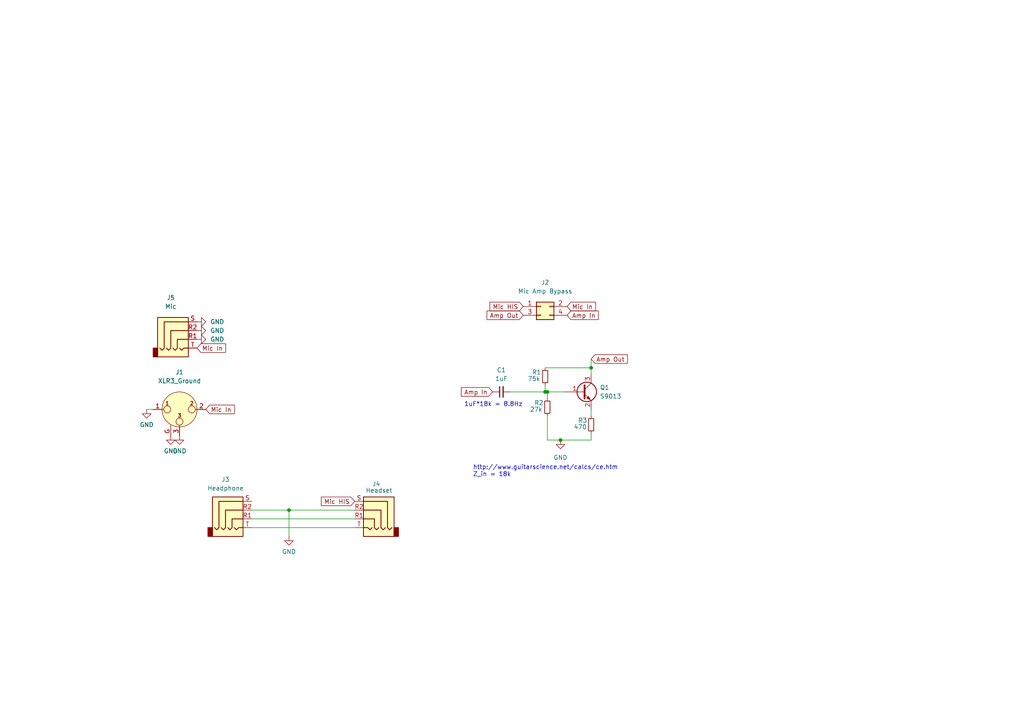
<source format=kicad_sch>
(kicad_sch (version 20211123) (generator eeschema)
  (paper "A4")
  (lib_symbols
    (symbol "Connector:AudioJack4"
      (property "Reference" "J" (at 0 8.89 0))
      (property "Value" "AudioJack4" (at 0 6.35 0))
      (symbol "AudioJack4_0_1"
        (rectangle (start -6.35 -5.08) (end -7.62 -7.62) (stroke (width 0.254)) (fill (type outline)))
        (polyline (pts (xy 0 -5.08) (xy 0.635 -5.715) (xy 1.27 -5.08) (xy 2.54 -5.08)) (stroke (width 0.254)))
        (polyline (pts (xy -5.715 -5.08) (xy -5.08 -5.715) (xy -4.445 -5.08) (xy -4.445 2.54) (xy 2.54 2.54)) (stroke (width 0.254)))
        (polyline (pts (xy -1.905 -5.08) (xy -1.27 -5.715) (xy -0.635 -5.08) (xy -0.635 -2.54) (xy 2.54 -2.54)) (stroke (width 0.254)))
        (polyline (pts (xy 2.54 0) (xy -2.54 0) (xy -2.54 -5.08) (xy -3.175 -5.715) (xy -3.81 -5.08)) (stroke (width 0.254)))
        (rectangle (start 2.54 3.81) (end -6.35 -7.62) (stroke (width 0.254)) (fill (type background)))
      )
      (symbol "AudioJack4_1_1"
        (pin passive line (at 5.08 -2.54 180) (length 2.54) (name "~") (number "R1"))
        (pin passive line (at 5.08 0 180) (length 2.54) (name "~") (number "R2"))
        (pin passive line (at 5.08 2.54 180) (length 2.54) (name "~") (number "S"))
        (pin passive line (at 5.08 -5.08 180) (length 2.54) (name "~") (number "T"))
      )
    )
    (symbol "Connector:XLR3_Ground" (pin_names hide)
      (property "Reference" "J" (at 0 8.89 0))
      (property "Value" "XLR3_Ground" (at 0 6.35 0))
      (symbol "XLR3_Ground_0_1"
        (circle (center -3.556 0) (radius 1.016))
        (circle (center 0 -3.556) (radius 1.016))
        (polyline (pts (xy -5.08 0) (xy -4.572 0)))
        (polyline (pts (xy -2.54 -5.08) (xy -2.54 -4.445)))
        (polyline (pts (xy 0 -5.08) (xy 0 -4.572)))
        (polyline (pts (xy 5.08 0) (xy 4.572 0)))
        (circle (center 0 0) (radius 5.08) (fill (type background)))
        (circle (center 3.556 0) (radius 1.016))
        (text "1" (at -3.556 1.778 0) (effects (font (size 1.016 1.016) bold)))
        (text "2" (at 3.556 1.778 0) (effects (font (size 1.016 1.016) bold)))
        (text "3" (at 0 -1.778 0) (effects (font (size 1.016 1.016) bold)))
        (pin passive line (at -7.62 0 0) (length 2.54) (name "~") (number "1"))
        (pin passive line (at 7.62 0 180) (length 2.54) (name "~") (number "2"))
        (pin passive line (at 0 -7.62 90) (length 2.54) (name "~") (number "3"))
      )
      (symbol "XLR3_Ground_1_1"
        (pin passive line (at -2.54 -7.62 90) (length 2.54) (name "~") (number "G"))
      )
    )
    (symbol "Connector_Generic:Conn_02x02_Odd_Even" (pin_names (offset 1.016) hide)
      (property "Reference" "J" (at 1.27 2.54 0))
      (property "Value" "Conn_02x02_Odd_Even" (at 1.27 -5.08 0))
      (symbol "Conn_02x02_Odd_Even_1_1"
        (rectangle (start -1.27 -2.413) (end 0 -2.667) (stroke (width 0.1524)))
        (rectangle (start -1.27 0.127) (end 0 -0.127) (stroke (width 0.1524)))
        (rectangle (start -1.27 1.27) (end 3.81 -3.81) (stroke (width 0.254)) (fill (type background)))
        (rectangle (start 3.81 -2.413) (end 2.54 -2.667) (stroke (width 0.1524)))
        (rectangle (start 3.81 0.127) (end 2.54 -0.127) (stroke (width 0.1524)))
        (pin passive line (at -5.08 0 0) (length 3.81) (name "Pin_1") (number "1"))
        (pin passive line (at 7.62 0 180) (length 3.81) (name "Pin_2") (number "2"))
        (pin passive line (at -5.08 -2.54 0) (length 3.81) (name "Pin_3") (number "3"))
        (pin passive line (at 7.62 -2.54 180) (length 3.81) (name "Pin_4") (number "4"))
      )
    )
    (symbol "Device:C_Small" (pin_numbers hide) (pin_names (offset 0.254) hide)
      (property "Reference" "C" (at 0.254 1.778 0))
      (property "Value" "C_Small" (at 0.254 -2.032 0))
      (symbol "C_Small_0_1"
        (polyline (pts (xy -1.524 -0.508) (xy 1.524 -0.508)) (stroke (width 0.3302)))
        (polyline (pts (xy -1.524 0.508) (xy 1.524 0.508)) (stroke (width 0.3048)))
      )
      (symbol "C_Small_1_1"
        (pin passive line (at 0 2.54 270) (length 2.032) (name "~") (number "1"))
        (pin passive line (at 0 -2.54 90) (length 2.032) (name "~") (number "2"))
      )
    )
    (symbol "Device:R_Small" (pin_numbers hide) (pin_names (offset 0.254) hide)
      (property "Reference" "R" (at 0.762 0.508 0))
      (property "Value" "R_Small" (at 0.762 -1.016 0))
      (symbol "R_Small_0_1"
        (rectangle (start -0.762 1.778) (end 0.762 -1.778) (stroke (width 0.2032)))
      )
      (symbol "R_Small_1_1"
        (pin passive line (at 0 2.54 270) (length 0.762) (name "~") (number "1"))
        (pin passive line (at 0 -2.54 90) (length 0.762) (name "~") (number "2"))
      )
    )
    (symbol "Transistor_BJT:MMBT3904" (pin_names (offset 0) hide)
      (property "Reference" "Q" (at 5.08 1.905 0))
      (property "Value" "MMBT3904" (at 5.08 0 0))
      (symbol "MMBT3904_0_1"
        (polyline (pts (xy 0.635 0.635) (xy 2.54 2.54)))
        (polyline (pts (xy 0.635 -0.635) (xy 2.54 -2.54) (xy 2.54 -2.54)))
        (polyline (pts (xy 0.635 1.905) (xy 0.635 -1.905) (xy 0.635 -1.905)) (stroke (width 0.508)))
        (polyline (pts (xy 1.27 -1.778) (xy 1.778 -1.27) (xy 2.286 -2.286) (xy 1.27 -1.778) (xy 1.27 -1.778)) (fill (type outline)))
        (circle (center 1.27 0) (radius 2.8194) (stroke (width 0.254)))
      )
      (symbol "MMBT3904_1_1"
        (pin input line (at -5.08 0 0) (length 5.715) (name "B") (number "1"))
        (pin passive line (at 2.54 -5.08 90) (length 2.54) (name "E") (number "2"))
        (pin passive line (at 2.54 5.08 270) (length 2.54) (name "C") (number "3"))
      )
    )
    (symbol "power:GND" (power) (pin_names (offset 0))
      (property "Value" "GND" (at 0 -3.81 0))
      (symbol "GND_0_1"
        (polyline (pts (xy 0 0) (xy 0 -1.27) (xy 1.27 -1.27) (xy 0 -2.54) (xy -1.27 -1.27) (xy 0 -1.27)))
      )
      (symbol "GND_1_1"
        (pin power_in line (at 0 0 270) (length 0) hide (name "GND") (number "1"))
      )
    )
  )
  (junction (at 162.56 127.635))
  (junction (at 158.75 113.665))
  (junction (at 158.115 113.665))
  (junction (at 171.45 106.68))
  (junction (at 83.82 147.955))
  (wire (pts (xy 83.82 147.955) (xy 83.82 155.575)))
  (wire (pts (xy 73.025 150.495) (xy 102.87 150.495)))
  (wire (pts (xy 171.45 127.635) (xy 171.45 125.73)))
  (wire (pts (xy 158.115 106.68) (xy 171.45 106.68)))
  (wire (pts (xy 158.75 127.635) (xy 162.56 127.635)))
  (wire (pts (xy 42.545 118.745) (xy 44.45 118.745)))
  (wire (pts (xy 73.025 153.035) (xy 102.87 153.035)))
  (wire (pts (xy 171.45 104.14) (xy 171.45 106.68)))
  (wire (pts (xy 73.025 147.955) (xy 83.82 147.955)))
  (wire (pts (xy 147.955 113.665) (xy 158.115 113.665)))
  (wire (pts (xy 171.45 106.68) (xy 171.45 108.585)))
  (wire (pts (xy 158.75 120.65) (xy 158.75 127.635)))
  (wire (pts (xy 171.45 118.745) (xy 171.45 120.65)))
  (wire (pts (xy 162.56 127.635) (xy 171.45 127.635)))
  (wire (pts (xy 83.82 147.955) (xy 102.87 147.955)))
  (wire (pts (xy 158.115 111.76) (xy 158.115 113.665)))
  (wire (pts (xy 158.115 113.665) (xy 158.75 113.665)))
  (wire (pts (xy 158.75 113.665) (xy 158.75 115.57)))
  (wire (pts (xy 158.75 113.665) (xy 163.83 113.665)))
  (text "http://www.guitarscience.net/calcs/ce.htm\nZ_in = 18k" (at 137.16 138.43 0) (effects (font (size 1.27 1.27)) (justify left bottom)))
  (text "1uF*18k = 8.8Hz" (at 134.62 118.11 0) (effects (font (size 1.27 1.27)) (justify left bottom)))
  (global_label "Mic HIS" (shape input) (at 102.87 145.415 180) (property "Intersheet References" "${INTERSHEET_REFS}" (effects hide)))
  (global_label "Mic In" (shape input) (at 59.69 118.745 0) (property "Intersheet References" "${INTERSHEET_REFS}" (effects hide)))
  (global_label "Mic HIS" (shape input) (at 151.765 88.9 180) (property "Intersheet References" "${INTERSHEET_REFS}" (effects hide)))
  (global_label "Mic In" (shape input) (at 57.15 100.965 0) (property "Intersheet References" "${INTERSHEET_REFS}" (effects hide)))
  (global_label "Amp Out" (shape input) (at 171.45 104.14 0) (property "Intersheet References" "${INTERSHEET_REFS}" (effects hide)))
  (global_label "Amp Out" (shape input) (at 151.765 91.44 180) (property "Intersheet References" "${INTERSHEET_REFS}" (effects hide)))
  (global_label "Mic In" (shape input) (at 164.465 88.9 0) (property "Intersheet References" "${INTERSHEET_REFS}" (effects hide)))
  (global_label "Amp In" (shape input) (at 164.465 91.44 0) (property "Intersheet References" "${INTERSHEET_REFS}" (effects hide)))
  (global_label "Amp In" (shape input) (at 142.875 113.665 180) (property "Intersheet References" "${INTERSHEET_REFS}" (effects hide)))
  (symbol (lib_id "Connector_Generic:Conn_02x02_Odd_Even") (at 156.845 88.9 0) (unit 1)
    (property "Reference" "J2" (at 158.115 81.915 0))
    (property "Value" "Mic Amp Bypass" (at 158.115 84.455 0))
    (property "Footprint" "Connector_PinHeader_2.54mm:PinHeader_2x02_P2.54mm_Vertical" (effects hide))
  )
  (symbol (lib_id "Connector:XLR3_Ground") (at 52.07 118.745 0) (unit 1)
    (property "Reference" "J1" (at 52.07 107.95 0))
    (property "Value" "XLR3_Ground" (at 52.07 110.49 0))
    (property "Footprint" "Connector_Audio:Jack_XLR_Neutrik_NC3FAAV2-0_Vertical" (effects hide))
    (property "Datasheet" " ~" (effects hide))
  )
  (symbol (lib_id "power:GND") (at 42.545 118.745 0) (unit 1)
    (property "Reference" "#PWR01" (effects hide))
    (property "Value" "GND" (at 42.545 123.19 0))
  )
  (symbol (lib_id "power:GND") (at 49.53 126.365 0) (unit 1)
    (property "Reference" "#PWR02" (effects hide))
    (property "Value" "GND" (at 49.53 130.81 0))
  )
  (symbol (lib_id "Transistor_BJT:MMBT3904") (at 168.91 113.665 0) (unit 1)
    (property "Reference" "Q1" (at 173.99 112.3949 0) (effects (justify left)))
    (property "Value" "S9013" (at 173.99 114.9349 0) (effects (justify left)))
    (property "Footprint" "Package_TO_SOT_SMD:SOT-23" (effects hide))
    (property "Datasheet" "https://www.onsemi.com/pub/Collateral/2N3903-D.PDF" (effects hide))
    (property "LCSC" "C6749" (effects hide))
  )
  (symbol (lib_id "Connector:AudioJack4") (at 107.95 147.955 0) (mirror y) (unit 1)
    (property "Reference" "J4" (at 107.95 140.335 0) (effects (justify right)))
    (property "Value" "Headset" (at 106.045 142.24 0) (effects (justify right)))
    (property "Footprint" "Libraries:Conn-3.5mm-TRRS-PJ-320L" (effects hide))
    (property "Datasheet" "https://www.ebay.com/itm/294595029861" (effects hide))
  )
  (symbol (lib_id "Device:C_Small") (at 145.415 113.665 90) (unit 1)
    (property "Reference" "C1" (at 145.4213 107.315 90))
    (property "Value" "1uF" (at 145.4213 109.855 90))
    (property "Footprint" "Capacitor_SMD:C_0603_1608Metric_Pad1.08x0.95mm_HandSolder" (effects hide))
    (property "LCSC" "C15849" (effects hide))
  )
  (symbol (lib_id "power:GND") (at 52.07 126.365 0) (unit 1)
    (property "Reference" "#PWR03" (effects hide))
    (property "Value" "GND" (at 52.07 130.81 0))
  )
  (symbol (lib_id "Connector:AudioJack4") (at 52.07 95.885 0) (unit 1)
    (property "Reference" "J5" (at 49.53 86.36 0))
    (property "Value" "Mic" (at 49.53 88.9 0))
    (property "Footprint" "Libraries:Conn-3.5mm-TRRS-PJ-320L" (effects hide))
    (property "Datasheet" "https://www.ebay.com/itm/294595029861" (effects hide))
  )
  (symbol (lib_id "Connector:AudioJack4") (at 67.945 147.955 0) (unit 1)
    (property "Reference" "J3" (at 65.405 139.065 0))
    (property "Value" "Headphone" (at 65.405 141.605 0))
    (property "Footprint" "Libraries:Conn-3.5mm-TRRS-PJ-320L" (effects hide))
    (property "Datasheet" "https://www.ebay.com/itm/294595029861" (effects hide))
  )
  (symbol (lib_id "power:GND") (at 57.15 93.345 90) (unit 1)
    (property "Reference" "#PWR06" (effects hide))
    (property "Value" "GND" (at 60.96 93.3449 90) (effects (justify right)))
  )
  (symbol (lib_id "Device:R_Small") (at 171.45 123.19 0) (unit 1)
    (property "Reference" "R3" (at 167.64 121.92 0) (effects (justify left)))
    (property "Value" "470" (at 166.37 123.825 0) (effects (justify left)))
    (property "Footprint" "Resistor_SMD:R_0603_1608Metric_Pad0.98x0.95mm_HandSolder" (effects hide))
    (property "LCSC" "C23179" (effects hide))
  )
  (symbol (lib_id "power:GND") (at 57.15 95.885 90) (unit 1)
    (property "Reference" "#PWR07" (effects hide))
    (property "Value" "GND" (at 60.96 95.8849 90) (effects (justify right)))
  )
  (symbol (lib_id "power:GND") (at 57.15 98.425 90) (unit 1)
    (property "Reference" "#PWR08" (effects hide))
    (property "Value" "GND" (at 60.96 98.4249 90) (effects (justify right)))
  )
  (symbol (lib_id "power:GND") (at 162.56 127.635 0) (unit 1)
    (property "Reference" "#PWR05" (effects hide))
    (property "Value" "GND" (at 162.56 132.715 0))
  )
  (symbol (lib_id "Device:R_Small") (at 158.75 118.11 0) (unit 1)
    (property "Reference" "R2" (at 154.94 116.84 0) (effects (justify left)))
    (property "Value" "27k" (at 153.67 118.745 0) (effects (justify left)))
    (property "Footprint" "Resistor_SMD:R_0603_1608Metric_Pad0.98x0.95mm_HandSolder" (effects hide))
    (property "LCSC" "C22967" (effects hide))
  )
  (symbol (lib_id "Device:R_Small") (at 158.115 109.22 0) (unit 1)
    (property "Reference" "R1" (at 154.305 107.95 0) (effects (justify left)))
    (property "Value" "75k" (at 153.035 109.855 0) (effects (justify left)))
    (property "Footprint" "Resistor_SMD:R_0603_1608Metric_Pad0.98x0.95mm_HandSolder" (effects hide))
    (property "LCSC" "C23242" (effects hide))
  )
  (symbol (lib_id "power:GND") (at 83.82 155.575 0) (unit 1)
    (property "Reference" "#PWR04" (effects hide))
    (property "Value" "GND" (at 83.82 160.02 0))
  )
)
</source>
